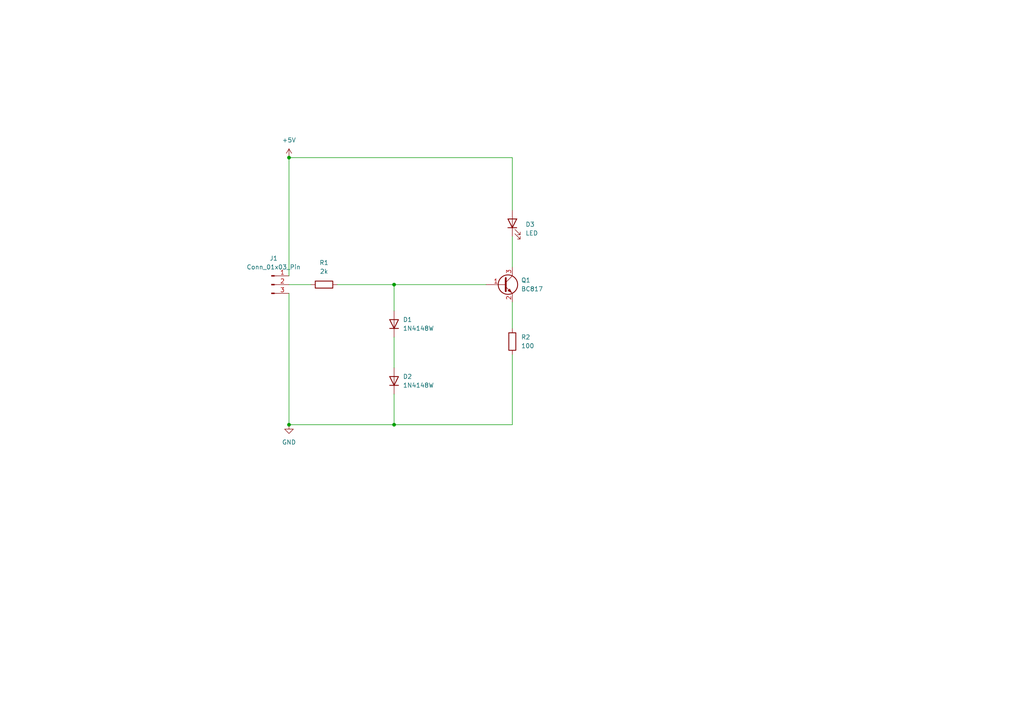
<source format=kicad_sch>
(kicad_sch (version 20230121) (generator eeschema)
  (paper "A4")
  (lib_symbols
    (symbol "Connector:Conn_01x03_Pin" (pin_names (offset 1.016) hide)
      (property "Reference" "J" (at 0 5.08 0))
      (property "Value" "Conn_01x03_Pin" (at 0 -5.08 0))
      (symbol "Conn_01x03_Pin_1_1"
        (polyline (pts (xy 1.27 -2.54) (xy 0.8636 -2.54)) (stroke (width 0.1524)))
        (polyline (pts (xy 1.27 0) (xy 0.8636 0)) (stroke (width 0.1524)))
        (polyline (pts (xy 1.27 2.54) (xy 0.8636 2.54)) (stroke (width 0.1524)))
        (rectangle (start 0.8636 -2.413) (end 0 -2.667) (stroke (width 0.1524)) (fill (type outline)))
        (rectangle (start 0.8636 0.127) (end 0 -0.127) (stroke (width 0.1524)) (fill (type outline)))
        (rectangle (start 0.8636 2.667) (end 0 2.413) (stroke (width 0.1524)) (fill (type outline)))
        (pin passive line (at 5.08 2.54 180) (length 3.81) (name "Pin_1") (number "1"))
        (pin passive line (at 5.08 0 180) (length 3.81) (name "Pin_2") (number "2"))
        (pin passive line (at 5.08 -2.54 180) (length 3.81) (name "Pin_3") (number "3"))
      )
    )
    (symbol "Device:LED" (pin_numbers hide) (pin_names (offset 1.016) hide)
      (property "Reference" "D" (at 0 2.54 0))
      (property "Value" "LED" (at 0 -2.54 0))
      (symbol "LED_0_1"
        (polyline (pts (xy -1.27 -1.27) (xy -1.27 1.27)) (stroke (width 0.254)))
        (polyline (pts (xy -1.27 0) (xy 1.27 0)))
        (polyline (pts (xy 1.27 -1.27) (xy 1.27 1.27) (xy -1.27 0) (xy 1.27 -1.27)) (stroke (width 0.254)))
        (polyline (pts (xy -3.048 -0.762) (xy -4.572 -2.286) (xy -3.81 -2.286) (xy -4.572 -2.286) (xy -4.572 -1.524)))
        (polyline (pts (xy -1.778 -0.762) (xy -3.302 -2.286) (xy -2.54 -2.286) (xy -3.302 -2.286) (xy -3.302 -1.524)))
      )
      (symbol "LED_1_1"
        (pin passive line (at -3.81 0 0) (length 2.54) (name "K") (number "1"))
        (pin passive line (at 3.81 0 180) (length 2.54) (name "A") (number "2"))
      )
    )
    (symbol "Device:R" (pin_numbers hide) (pin_names (offset 0))
      (property "Reference" "R" (at 2.032 0 90))
      (property "Value" "R" (at 0 0 90))
      (symbol "R_0_1"
        (rectangle (start -1.016 -2.54) (end 1.016 2.54) (stroke (width 0.254)))
      )
      (symbol "R_1_1"
        (pin passive line (at 0 3.81 270) (length 1.27) (name "~") (number "1"))
        (pin passive line (at 0 -3.81 90) (length 1.27) (name "~") (number "2"))
      )
    )
    (symbol "Diode:1N4148W" (pin_numbers hide) (pin_names hide)
      (property "Reference" "D" (at 0 2.54 0))
      (property "Value" "1N4148W" (at 0 -2.54 0))
      (symbol "1N4148W_0_1"
        (polyline (pts (xy -1.27 1.27) (xy -1.27 -1.27)) (stroke (width 0.254)))
        (polyline (pts (xy 1.27 0) (xy -1.27 0)))
        (polyline (pts (xy 1.27 1.27) (xy 1.27 -1.27) (xy -1.27 0) (xy 1.27 1.27)) (stroke (width 0.254)))
      )
      (symbol "1N4148W_1_1"
        (pin passive line (at -3.81 0 0) (length 2.54) (name "K") (number "1"))
        (pin passive line (at 3.81 0 180) (length 2.54) (name "A") (number "2"))
      )
    )
    (symbol "Transistor_BJT:BC817" (pin_names (offset 0) hide)
      (property "Reference" "Q" (at 5.08 1.905 0))
      (property "Value" "BC817" (at 5.08 0 0))
      (symbol "BC817_0_1"
        (polyline (pts (xy 0.635 0.635) (xy 2.54 2.54)))
        (polyline (pts (xy 0.635 -0.635) (xy 2.54 -2.54) (xy 2.54 -2.54)))
        (polyline (pts (xy 0.635 1.905) (xy 0.635 -1.905) (xy 0.635 -1.905)) (stroke (width 0.508)))
        (polyline (pts (xy 1.27 -1.778) (xy 1.778 -1.27) (xy 2.286 -2.286) (xy 1.27 -1.778) (xy 1.27 -1.778)) (fill (type outline)))
        (circle (center 1.27 0) (radius 2.8194) (stroke (width 0.254)))
      )
      (symbol "BC817_1_1"
        (pin input line (at -5.08 0 0) (length 5.715) (name "B") (number "1"))
        (pin passive line (at 2.54 -5.08 90) (length 2.54) (name "E") (number "2"))
        (pin passive line (at 2.54 5.08 270) (length 2.54) (name "C") (number "3"))
      )
    )
    (symbol "power:+5V" (power) (pin_names (offset 0))
      (property "Value" "+5V" (at 0 3.556 0))
      (symbol "+5V_0_1"
        (polyline (pts (xy -0.762 1.27) (xy 0 2.54)))
        (polyline (pts (xy 0 0) (xy 0 2.54)))
        (polyline (pts (xy 0 2.54) (xy 0.762 1.27)))
      )
      (symbol "+5V_1_1"
        (pin power_in line (at 0 0 90) (length 0) hide (name "+5V") (number "1"))
      )
    )
    (symbol "power:GND" (power) (pin_names (offset 0))
      (property "Value" "GND" (at 0 -3.81 0))
      (symbol "GND_0_1"
        (polyline (pts (xy 0 0) (xy 0 -1.27) (xy 1.27 -1.27) (xy 0 -2.54) (xy -1.27 -1.27) (xy 0 -1.27)))
      )
      (symbol "GND_1_1"
        (pin power_in line (at 0 0 270) (length 0) hide (name "GND") (number "1"))
      )
    )
  )
  (junction (at 83.82 45.72))
  (junction (at 114.3 123.19))
  (junction (at 83.82 123.19))
  (junction (at 114.3 82.55))
  (wire (pts (xy 148.59 123.19) (xy 114.3 123.19)))
  (wire (pts (xy 114.3 114.3) (xy 114.3 123.19)))
  (wire (pts (xy 148.59 68.58) (xy 148.59 77.47)))
  (wire (pts (xy 83.82 45.72) (xy 83.82 80.01)))
  (wire (pts (xy 114.3 97.79) (xy 114.3 106.68)))
  (wire (pts (xy 83.82 123.19) (xy 83.82 85.09)))
  (wire (pts (xy 148.59 60.96) (xy 148.59 45.72)))
  (wire (pts (xy 114.3 82.55) (xy 140.97 82.55)))
  (wire (pts (xy 148.59 102.87) (xy 148.59 123.19)))
  (wire (pts (xy 83.82 45.72) (xy 148.59 45.72)))
  (wire (pts (xy 148.59 87.63) (xy 148.59 95.25)))
  (wire (pts (xy 83.82 82.55) (xy 90.17 82.55)))
  (wire (pts (xy 114.3 123.19) (xy 83.82 123.19)))
  (wire (pts (xy 114.3 82.55) (xy 114.3 90.17)))
  (wire (pts (xy 97.79 82.55) (xy 114.3 82.55)))
  (symbol (lib_id "Device:R") (at 93.98 82.55 90) (unit 1)
    (property "Reference" "R1" (at 93.98 76.2 90))
    (property "Value" "2k" (at 93.98 78.74 90))
  )
  (symbol (lib_id "Device:R") (at 148.59 99.06 0) (unit 1)
    (property "Reference" "R2" (at 151.13 97.79 0) (effects (justify left)))
    (property "Value" "100" (at 151.13 100.33 0) (effects (justify left)))
  )
  (symbol (lib_id "Diode:1N4148W") (at 114.3 93.98 90) (unit 1)
    (property "Reference" "D1" (at 116.84 92.71 90) (effects (justify right)))
    (property "Value" "1N4148W" (at 116.84 95.25 90) (effects (justify right)))
    (property "Footprint" "Diode_SMD:D_SOD-123" (effects hide))
    (property "Datasheet" "https://www.vishay.com/docs/85748/1n4148w.pdf" (effects hide))
    (property "Sim.Device" "D" (effects hide))
    (property "Sim.Pins" "1=K 2=A" (effects hide))
  )
  (symbol (lib_id "Transistor_BJT:BC817") (at 146.05 82.55 0) (unit 1)
    (property "Reference" "Q1" (at 151.13 81.28 0) (effects (justify left)))
    (property "Value" "BC817" (at 151.13 83.82 0) (effects (justify left)))
    (property "Footprint" "Package_TO_SOT_SMD:SOT-23" (effects hide))
    (property "Datasheet" "https://www.onsemi.com/pub/Collateral/BC818-D.pdf" (effects hide))
  )
  (symbol (lib_id "Connector:Conn_01x03_Pin") (at 78.74 82.55 0) (unit 1)
    (property "Reference" "J1" (at 79.375 74.93 0))
    (property "Value" "Conn_01x03_Pin" (at 79.375 77.47 0))
  )
  (symbol (lib_id "Device:LED") (at 148.59 64.77 90) (unit 1)
    (property "Reference" "D3" (at 152.4 65.0875 90) (effects (justify right)))
    (property "Value" "LED" (at 152.4 67.6275 90) (effects (justify right)))
  )
  (symbol (lib_id "Diode:1N4148W") (at 114.3 110.49 90) (unit 1)
    (property "Reference" "D2" (at 116.84 109.22 90) (effects (justify right)))
    (property "Value" "1N4148W" (at 116.84 111.76 90) (effects (justify right)))
    (property "Footprint" "Diode_SMD:D_SOD-123" (effects hide))
    (property "Datasheet" "https://www.vishay.com/docs/85748/1n4148w.pdf" (effects hide))
    (property "Sim.Device" "D" (effects hide))
    (property "Sim.Pins" "1=K 2=A" (effects hide))
  )
  (symbol (lib_id "power:+5V") (at 83.82 45.72 0) (unit 1)
    (property "Reference" "#PWR01" (effects hide))
    (property "Value" "+5V" (at 83.82 40.64 0))
  )
  (symbol (lib_id "power:GND") (at 83.82 123.19 0) (unit 1)
    (property "Reference" "#PWR02" (effects hide))
    (property "Value" "GND" (at 83.82 128.27 0))
  )
)
</source>
